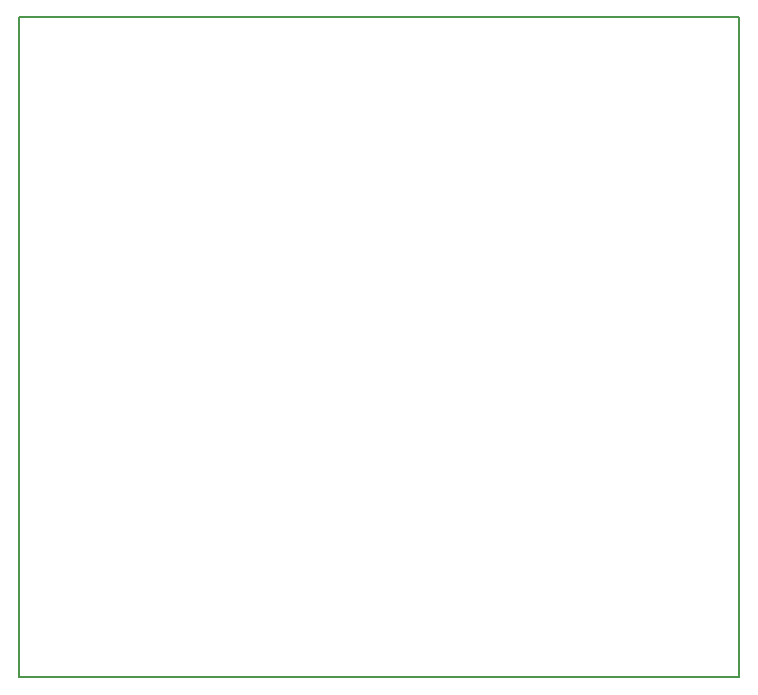
<source format=gbr>
%TF.GenerationSoftware,KiCad,Pcbnew,7.0.5-7.0.5~ubuntu22.04.1*%
%TF.CreationDate,2023-06-08T15:32:45+02:00*%
%TF.ProjectId,AirGo,41697247-6f2e-46b6-9963-61645f706362,rev?*%
%TF.SameCoordinates,Original*%
%TF.FileFunction,Profile,NP*%
%FSLAX46Y46*%
G04 Gerber Fmt 4.6, Leading zero omitted, Abs format (unit mm)*
G04 Created by KiCad (PCBNEW 7.0.5-7.0.5~ubuntu22.04.1) date 2023-06-08 15:32:45*
%MOMM*%
%LPD*%
G01*
G04 APERTURE LIST*
%TA.AperFunction,Profile*%
%ADD10C,0.200000*%
%TD*%
G04 APERTURE END LIST*
D10*
X91440000Y-40640000D02*
X152400000Y-40640000D01*
X152400000Y-96520000D01*
X91440000Y-96520000D01*
X91440000Y-40640000D01*
M02*

</source>
